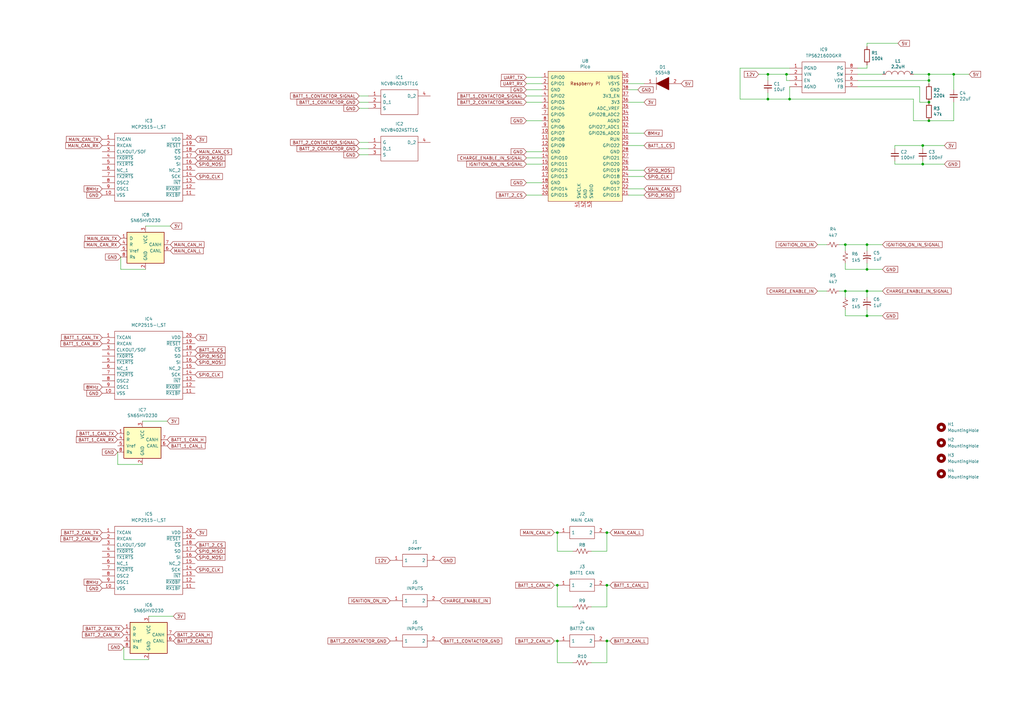
<source format=kicad_sch>
(kicad_sch (version 20211123) (generator eeschema)
  (paper "A3")
  (lib_symbols
    (symbol "Connector:1054301102" (pin_names (offset 0.762))
      (property "Reference" "J" (at 16.51 7.62 0))
      (property "Value" "1054301102" (at 16.51 5.08 0))
      (symbol "1054301102_0_0"
        (pin passive line (at 0 0 0) (length 5.08) (name "1") (number "1"))
        (pin passive line (at 20.32 0 180) (length 5.08) (name "2") (number "2"))
      )
      (symbol "1054301102_0_1"
        (polyline (pts (xy 5.08 2.54) (xy 15.24 2.54) (xy 15.24 -2.54) (xy 5.08 -2.54) (xy 5.08 2.54)) (stroke (width 0.1524)))
      )
    )
    (symbol "Device:C_Polarized_Small_US" (pin_numbers hide) (pin_names (offset 0.254) hide)
      (property "Reference" "C" (at 0.254 1.778 0))
      (property "Value" "C_Polarized_Small_US" (at 0.254 -2.032 0))
      (symbol "C_Polarized_Small_US_0_1"
        (polyline (pts (xy -1.524 0.508) (xy 1.524 0.508)) (stroke (width 0.3048)))
        (polyline (pts (xy -1.27 1.524) (xy -0.762 1.524)))
        (polyline (pts (xy -1.016 1.27) (xy -1.016 1.778)))
        (arc (start 1.524 -0.762) (mid 0 -0.3734) (end -1.524 -0.762) (stroke (width 0.3048)))
      )
      (symbol "C_Polarized_Small_US_1_1"
        (pin passive line (at 0 2.54 270) (length 2.032) (name "~") (number "1"))
        (pin passive line (at 0 -2.54 90) (length 2.032) (name "~") (number "2"))
      )
    )
    (symbol "Device:C_Small" (pin_numbers hide) (pin_names (offset 0.254) hide)
      (property "Reference" "C" (at 0.254 1.778 0))
      (property "Value" "C_Small" (at 0.254 -2.032 0))
      (symbol "C_Small_0_1"
        (polyline (pts (xy -1.524 -0.508) (xy 1.524 -0.508)) (stroke (width 0.3302)))
        (polyline (pts (xy -1.524 0.508) (xy 1.524 0.508)) (stroke (width 0.3048)))
      )
      (symbol "C_Small_1_1"
        (pin passive line (at 0 2.54 270) (length 2.032) (name "~") (number "1"))
        (pin passive line (at 0 -2.54 90) (length 2.032) (name "~") (number "2"))
      )
    )
    (symbol "Device:R" (pin_numbers hide) (pin_names (offset 0))
      (property "Reference" "R" (at 2.032 0 90))
      (property "Value" "R" (at 0 0 90))
      (symbol "R_0_1"
        (rectangle (start -1.016 -2.54) (end 1.016 2.54) (stroke (width 0.254)))
      )
      (symbol "R_1_1"
        (pin passive line (at 0 3.81 270) (length 1.27) (name "~") (number "1"))
        (pin passive line (at 0 -3.81 90) (length 1.27) (name "~") (number "2"))
      )
    )
    (symbol "Device:R_Small_US" (pin_numbers hide) (pin_names (offset 0.254) hide)
      (property "Reference" "R" (at 0.762 0.508 0))
      (property "Value" "R_Small_US" (at 0.762 -1.016 0))
      (symbol "R_Small_US_1_1"
        (polyline (pts (xy 0 0) (xy 1.016 -0.381) (xy 0 -0.762) (xy -1.016 -1.143) (xy 0 -1.524)))
        (polyline (pts (xy 0 1.524) (xy 1.016 1.143) (xy 0 0.762) (xy -1.016 0.381) (xy 0 0)))
        (pin passive line (at 0 2.54 270) (length 1.016) (name "~") (number "1"))
        (pin passive line (at 0 -2.54 90) (length 1.016) (name "~") (number "2"))
      )
    )
    (symbol "Device:R_US" (pin_numbers hide) (pin_names (offset 0))
      (property "Reference" "R" (at 2.54 0 90))
      (property "Value" "R_US" (at -2.54 0 90))
      (symbol "R_US_0_1"
        (polyline (pts (xy 0 -2.286) (xy 0 -2.54)))
        (polyline (pts (xy 0 2.286) (xy 0 2.54)))
        (polyline (pts (xy 0 -0.762) (xy 1.016 -1.143) (xy 0 -1.524) (xy -1.016 -1.905) (xy 0 -2.286)))
        (polyline (pts (xy 0 0.762) (xy 1.016 0.381) (xy 0 0) (xy -1.016 -0.381) (xy 0 -0.762)))
        (polyline (pts (xy 0 2.286) (xy 1.016 1.905) (xy 0 1.524) (xy -1.016 1.143) (xy 0 0.762)))
      )
      (symbol "R_US_1_1"
        (pin passive line (at 0 3.81 270) (length 1.27) (name "~") (number "1"))
        (pin passive line (at 0 -3.81 90) (length 1.27) (name "~") (number "2"))
      )
    )
    (symbol "Diode:SS54B" (pin_names (offset 0.762))
      (property "Reference" "D" (at 11.43 5.08 0))
      (property "Value" "Diode_SS54B" (at 11.43 2.54 0))
      (symbol "SS54B_0_0"
        (pin passive line (at 0 0 0) (length 5.08) (name "~") (number "1"))
        (pin passive line (at 15.24 0 180) (length 5.08) (name "~") (number "2"))
      )
      (symbol "SS54B_0_1"
        (polyline (pts (xy 5.08 2.54) (xy 5.08 -2.54)) (stroke (width 0.1524)))
        (polyline (pts (xy 5.08 0) (xy 10.16 2.54) (xy 10.16 -2.54) (xy 5.08 0)) (stroke (width 0.254)) (fill (type outline)))
      )
    )
    (symbol "Interface_CAN_LIN:SN65HVD230" (pin_names (offset 1.016))
      (property "Reference" "U" (at -2.54 10.16 0))
      (property "Value" "SN65HVD230" (at -2.54 7.62 0))
      (symbol "SN65HVD230_0_1"
        (rectangle (start -7.62 5.08) (end 7.62 -7.62) (stroke (width 0.254)) (fill (type background)))
      )
      (symbol "SN65HVD230_1_1"
        (pin input line (at -10.16 2.54 0) (length 2.54) (name "D") (number "1"))
        (pin power_in line (at 0 -10.16 90) (length 2.54) (name "GND") (number "2"))
        (pin power_in line (at 0 7.62 270) (length 2.54) (name "VCC") (number "3"))
        (pin output line (at -10.16 0 0) (length 2.54) (name "R") (number "4"))
        (pin output line (at -10.16 -2.54 0) (length 2.54) (name "Vref") (number "5"))
        (pin bidirectional line (at 10.16 -2.54 180) (length 2.54) (name "CANL") (number "6"))
        (pin bidirectional line (at 10.16 0 180) (length 2.54) (name "CANH") (number "7"))
        (pin input line (at -10.16 -5.08 0) (length 2.54) (name "Rs") (number "8"))
      )
    )
    (symbol "MCU_Module:MCP2515-I_ST" (pin_names (offset 0.762))
      (property "Reference" "IC" (at 34.29 7.62 0))
      (property "Value" "MCP2515-I_ST" (at 34.29 5.08 0))
      (symbol "MCP2515-I_ST_0_0"
        (pin passive line (at 0 0 0) (length 5.08) (name "TXCAN") (number "1"))
        (pin passive line (at 0 -22.86 0) (length 5.08) (name "VSS") (number "10"))
        (pin passive line (at 38.1 -22.86 180) (length 5.08) (name "~{RX1BF}") (number "11"))
        (pin passive line (at 38.1 -20.32 180) (length 5.08) (name "~{RX0BF}") (number "12"))
        (pin passive line (at 38.1 -17.78 180) (length 5.08) (name "~{INT}") (number "13"))
        (pin passive line (at 38.1 -15.24 180) (length 5.08) (name "SCK") (number "14"))
        (pin passive line (at 38.1 -12.7 180) (length 5.08) (name "NC_2") (number "15"))
        (pin passive line (at 38.1 -10.16 180) (length 5.08) (name "SI") (number "16"))
        (pin passive line (at 38.1 -7.62 180) (length 5.08) (name "SO") (number "17"))
        (pin passive line (at 38.1 -5.08 180) (length 5.08) (name "~{CS}") (number "18"))
        (pin passive line (at 38.1 -2.54 180) (length 5.08) (name "~{RESET}") (number "19"))
        (pin passive line (at 0 -2.54 0) (length 5.08) (name "RXCAN") (number "2"))
        (pin passive line (at 38.1 0 180) (length 5.08) (name "VDD") (number "20"))
        (pin passive line (at 0 -5.08 0) (length 5.08) (name "CLKOUT/SOF") (number "3"))
        (pin passive line (at 0 -7.62 0) (length 5.08) (name "~{TX0RTS}") (number "4"))
        (pin passive line (at 0 -10.16 0) (length 5.08) (name "~{TX1RTS}") (number "5"))
        (pin passive line (at 0 -12.7 0) (length 5.08) (name "NC_1") (number "6"))
        (pin passive line (at 0 -15.24 0) (length 5.08) (name "~{TX2RTS}") (number "7"))
        (pin passive line (at 0 -17.78 0) (length 5.08) (name "OSC2") (number "8"))
        (pin passive line (at 0 -20.32 0) (length 5.08) (name "OSC1") (number "9"))
      )
      (symbol "MCP2515-I_ST_0_1"
        (polyline (pts (xy 5.08 2.54) (xy 33.02 2.54) (xy 33.02 -25.4) (xy 5.08 -25.4) (xy 5.08 2.54)) (stroke (width 0.1524)))
      )
    )
    (symbol "MCU_Module:Pico" (pin_names (offset 1.016))
      (property "Reference" "U" (at -13.97 27.94 0))
      (property "Value" "MCU_Module_Pico" (at 0 19.05 0))
      (symbol "Pico_0_0"
        (text "Raspberry Pi" (at 0 21.59 0) (effects (font (size 1.27 1.27))))
      )
      (symbol "Pico_0_1"
        (rectangle (start -15.24 26.67) (end 15.24 -26.67) (fill (type background)))
      )
      (symbol "Pico_1_1"
        (pin bidirectional line (at -17.78 24.13 0) (length 2.54) (name "GPIO0") (number "1"))
        (pin bidirectional line (at -17.78 1.27 0) (length 2.54) (name "GPIO7") (number "10"))
        (pin bidirectional line (at -17.78 -1.27 0) (length 2.54) (name "GPIO8") (number "11"))
        (pin bidirectional line (at -17.78 -3.81 0) (length 2.54) (name "GPIO9") (number "12"))
        (pin power_in line (at -17.78 -6.35 0) (length 2.54) (name "GND") (number "13"))
        (pin bidirectional line (at -17.78 -8.89 0) (length 2.54) (name "GPIO10") (number "14"))
        (pin bidirectional line (at -17.78 -11.43 0) (length 2.54) (name "GPIO11") (number "15"))
        (pin bidirectional line (at -17.78 -13.97 0) (length 2.54) (name "GPIO12") (number "16"))
        (pin bidirectional line (at -17.78 -16.51 0) (length 2.54) (name "GPIO13") (number "17"))
        (pin power_in line (at -17.78 -19.05 0) (length 2.54) (name "GND") (number "18"))
        (pin bidirectional line (at -17.78 -21.59 0) (length 2.54) (name "GPIO14") (number "19"))
        (pin bidirectional line (at -17.78 21.59 0) (length 2.54) (name "GPIO1") (number "2"))
        (pin bidirectional line (at -17.78 -24.13 0) (length 2.54) (name "GPIO15") (number "20"))
        (pin bidirectional line (at 17.78 -24.13 180) (length 2.54) (name "GPIO16") (number "21"))
        (pin bidirectional line (at 17.78 -21.59 180) (length 2.54) (name "GPIO17") (number "22"))
        (pin power_in line (at 17.78 -19.05 180) (length 2.54) (name "GND") (number "23"))
        (pin bidirectional line (at 17.78 -16.51 180) (length 2.54) (name "GPIO18") (number "24"))
        (pin bidirectional line (at 17.78 -13.97 180) (length 2.54) (name "GPIO19") (number "25"))
        (pin bidirectional line (at 17.78 -11.43 180) (length 2.54) (name "GPIO20") (number "26"))
        (pin bidirectional line (at 17.78 -8.89 180) (length 2.54) (name "GPIO21") (number "27"))
        (pin power_in line (at 17.78 -6.35 180) (length 2.54) (name "GND") (number "28"))
        (pin bidirectional line (at 17.78 -3.81 180) (length 2.54) (name "GPIO22") (number "29"))
        (pin power_in line (at -17.78 19.05 0) (length 2.54) (name "GND") (number "3"))
        (pin input line (at 17.78 -1.27 180) (length 2.54) (name "RUN") (number "30"))
        (pin bidirectional line (at 17.78 1.27 180) (length 2.54) (name "GPIO26_ADC0") (number "31"))
        (pin bidirectional line (at 17.78 3.81 180) (length 2.54) (name "GPIO27_ADC1") (number "32"))
        (pin power_in line (at 17.78 6.35 180) (length 2.54) (name "AGND") (number "33"))
        (pin bidirectional line (at 17.78 8.89 180) (length 2.54) (name "GPIO28_ADC2") (number "34"))
        (pin unspecified line (at 17.78 11.43 180) (length 2.54) (name "ADC_VREF") (number "35"))
        (pin unspecified line (at 17.78 13.97 180) (length 2.54) (name "3V3") (number "36"))
        (pin input line (at 17.78 16.51 180) (length 2.54) (name "3V3_EN") (number "37"))
        (pin bidirectional line (at 17.78 19.05 180) (length 2.54) (name "GND") (number "38"))
        (pin unspecified line (at 17.78 21.59 180) (length 2.54) (name "VSYS") (number "39"))
        (pin bidirectional line (at -17.78 16.51 0) (length 2.54) (name "GPIO2") (number "4"))
        (pin unspecified line (at 17.78 24.13 180) (length 2.54) (name "VBUS") (number "40"))
        (pin input line (at -2.54 -29.21 90) (length 2.54) (name "SWCLK") (number "41"))
        (pin power_in line (at 0 -29.21 90) (length 2.54) (name "GND") (number "42"))
        (pin bidirectional line (at 2.54 -29.21 90) (length 2.54) (name "SWDIO") (number "43"))
        (pin bidirectional line (at -17.78 13.97 0) (length 2.54) (name "GPIO3") (number "5"))
        (pin bidirectional line (at -17.78 11.43 0) (length 2.54) (name "GPIO4") (number "6"))
        (pin bidirectional line (at -17.78 8.89 0) (length 2.54) (name "GPIO5") (number "7"))
        (pin power_in line (at -17.78 6.35 0) (length 2.54) (name "GND") (number "8"))
        (pin bidirectional line (at -17.78 3.81 0) (length 2.54) (name "GPIO6") (number "9"))
      )
    )
    (symbol "Mechanical:MountingHole" (pin_names (offset 1.016))
      (property "Reference" "H" (at 0 5.08 0))
      (property "Value" "MountingHole" (at 0 3.175 0))
      (symbol "MountingHole_0_1"
        (circle (center 0 0) (radius 1.27) (stroke (width 1.27)))
      )
    )
    (symbol "Transistor_FET:NCV8402ASTT1G" (pin_names (offset 0.762))
      (property "Reference" "IC" (at 21.59 7.62 0))
      (property "Value" "NCV8402ASTT1G" (at 21.59 5.08 0))
      (symbol "NCV8402ASTT1G_0_0"
        (pin passive line (at 0 0 0) (length 5.08) (name "G") (number "1"))
        (pin passive line (at 0 -2.54 0) (length 5.08) (name "D_1") (number "2"))
        (pin passive line (at 0 -5.08 0) (length 5.08) (name "S") (number "3"))
        (pin passive line (at 25.4 0 180) (length 5.08) (name "D_2") (number "4"))
      )
      (symbol "NCV8402ASTT1G_0_1"
        (polyline (pts (xy 5.08 2.54) (xy 20.32 2.54) (xy 20.32 -7.62) (xy 5.08 -7.62) (xy 5.08 2.54)) (stroke (width 0.1524)))
      )
    )
    (symbol "power:TPS62160DGKR" (pin_names (offset 0.762))
      (property "Reference" "IC" (at 24.13 7.62 0))
      (property "Value" "TPS62160DGKR" (at 24.13 5.08 0))
      (symbol "TPS62160DGKR_0_0"
        (pin passive line (at 0 0 0) (length 5.08) (name "PGND") (number "1"))
        (pin passive line (at 0 -2.54 0) (length 5.08) (name "VIN") (number "2"))
        (pin passive line (at 0 -5.08 0) (length 5.08) (name "EN") (number "3"))
        (pin passive line (at 0 -7.62 0) (length 5.08) (name "AGND") (number "4"))
        (pin passive line (at 27.94 -7.62 180) (length 5.08) (name "FB") (number "5"))
        (pin passive line (at 27.94 -5.08 180) (length 5.08) (name "VOS") (number "6"))
        (pin passive line (at 27.94 -2.54 180) (length 5.08) (name "SW") (number "7"))
        (pin passive line (at 27.94 0 180) (length 5.08) (name "PG") (number "8"))
      )
      (symbol "TPS62160DGKR_0_1"
        (polyline (pts (xy 5.08 2.54) (xy 22.86 2.54) (xy 22.86 -10.16) (xy 5.08 -10.16) (xy 5.08 2.54)) (stroke (width 0.1524)))
      )
    )
    (symbol "pspice:INDUCTOR" (pin_numbers hide) (pin_names (offset 0))
      (property "Reference" "L" (at 0 2.54 0))
      (property "Value" "INDUCTOR" (at 0 -1.27 0))
      (symbol "INDUCTOR_0_1"
        (arc (start -2.54 0) (mid -3.81 1.27) (end -5.08 0))
        (arc (start 0 0) (mid -1.27 1.27) (end -2.54 0))
        (arc (start 2.54 0) (mid 1.27 1.27) (end 0 0))
        (arc (start 5.08 0) (mid 3.81 1.27) (end 2.54 0))
      )
      (symbol "INDUCTOR_1_1"
        (pin input line (at -6.35 0 0) (length 1.27) (name "1") (number "1"))
        (pin input line (at 6.35 0 180) (length 1.27) (name "2") (number "2"))
      )
    )
  )
  (junction (at 228.6 240.03))
  (junction (at 355.6 119.38))
  (junction (at 228.6 218.44))
  (junction (at 228.6 262.89))
  (junction (at 248.92 240.03))
  (junction (at 381 49.53))
  (junction (at 346.71 100.33))
  (junction (at 378.46 67.31))
  (junction (at 355.6 100.33))
  (junction (at 355.6 110.49))
  (junction (at 346.71 119.38))
  (junction (at 322.58 30.48))
  (junction (at 314.96 40.64))
  (junction (at 248.92 218.44))
  (junction (at 248.92 262.89))
  (junction (at 314.96 30.48))
  (junction (at 391.16 30.48))
  (junction (at 381 41.91))
  (junction (at 355.6 129.54))
  (junction (at 378.46 59.69))
  (junction (at 381 30.48))
  (junction (at 323.85 40.64))
  (junction (at 381 33.02))
  (wire (pts (xy 215.9 31.75) (xy 222.25 31.75)))
  (wire (pts (xy 355.6 100.33) (xy 355.6 102.87)))
  (wire (pts (xy 48.26 190.5) (xy 48.26 185.42)))
  (wire (pts (xy 58.42 172.72) (xy 68.58 172.72)))
  (wire (pts (xy 314.96 30.48) (xy 322.58 30.48)))
  (wire (pts (xy 322.58 33.02) (xy 323.85 33.02)))
  (wire (pts (xy 335.28 119.38) (xy 339.09 119.38)))
  (wire (pts (xy 314.96 40.64) (xy 323.85 40.64)))
  (wire (pts (xy 215.9 64.77) (xy 222.25 64.77)))
  (wire (pts (xy 215.9 62.23) (xy 222.25 62.23)))
  (wire (pts (xy 351.79 35.56) (xy 377.19 35.56)))
  (wire (pts (xy 314.96 38.1) (xy 314.96 40.64)))
  (wire (pts (xy 351.79 30.48) (xy 361.95 30.48)))
  (wire (pts (xy 264.16 77.47) (xy 257.81 77.47)))
  (wire (pts (xy 147.32 63.5) (xy 151.13 63.5)))
  (wire (pts (xy 346.71 110.49) (xy 355.6 110.49)))
  (wire (pts (xy 242.57 271.78) (xy 248.92 271.78)))
  (wire (pts (xy 391.16 30.48) (xy 397.51 30.48)))
  (wire (pts (xy 50.8 270.51) (xy 50.8 265.43)))
  (wire (pts (xy 346.71 100.33) (xy 344.17 100.33)))
  (wire (pts (xy 361.95 100.33) (xy 355.6 100.33)))
  (wire (pts (xy 248.92 240.03) (xy 248.92 248.92)))
  (wire (pts (xy 59.69 92.71) (xy 69.85 92.71)))
  (wire (pts (xy 60.96 252.73) (xy 71.12 252.73)))
  (wire (pts (xy 381 34.29) (xy 381 33.02)))
  (wire (pts (xy 381 30.48) (xy 374.65 30.48)))
  (wire (pts (xy 322.58 30.48) (xy 323.85 30.48)))
  (wire (pts (xy 346.71 107.95) (xy 346.71 110.49)))
  (wire (pts (xy 147.32 39.37) (xy 151.13 39.37)))
  (wire (pts (xy 381 49.53) (xy 391.16 49.53)))
  (wire (pts (xy 391.16 49.53) (xy 391.16 41.91)))
  (wire (pts (xy 49.53 110.49) (xy 49.53 105.41)))
  (wire (pts (xy 303.53 40.64) (xy 314.96 40.64)))
  (wire (pts (xy 228.6 271.78) (xy 234.95 271.78)))
  (wire (pts (xy 228.6 240.03) (xy 228.6 248.92)))
  (wire (pts (xy 355.6 110.49) (xy 361.95 110.49)))
  (wire (pts (xy 250.19 262.89) (xy 248.92 262.89)))
  (wire (pts (xy 355.6 17.78) (xy 355.6 19.05)))
  (wire (pts (xy 391.16 30.48) (xy 391.16 36.83)))
  (wire (pts (xy 242.57 226.06) (xy 248.92 226.06)))
  (wire (pts (xy 215.9 41.91) (xy 222.25 41.91)))
  (wire (pts (xy 346.71 129.54) (xy 355.6 129.54)))
  (wire (pts (xy 215.9 34.29) (xy 222.25 34.29)))
  (wire (pts (xy 215.9 74.93) (xy 222.25 74.93)))
  (wire (pts (xy 361.95 119.38) (xy 355.6 119.38)))
  (wire (pts (xy 346.71 127) (xy 346.71 129.54)))
  (wire (pts (xy 367.03 60.96) (xy 367.03 59.69)))
  (wire (pts (xy 374.65 40.64) (xy 374.65 49.53)))
  (wire (pts (xy 355.6 27.94) (xy 355.6 26.67)))
  (wire (pts (xy 264.16 72.39) (xy 257.81 72.39)))
  (wire (pts (xy 355.6 107.95) (xy 355.6 110.49)))
  (wire (pts (xy 378.46 67.31) (xy 367.03 67.31)))
  (wire (pts (xy 215.9 67.31) (xy 222.25 67.31)))
  (wire (pts (xy 257.81 34.29) (xy 264.16 34.29)))
  (wire (pts (xy 378.46 66.04) (xy 378.46 67.31)))
  (wire (pts (xy 261.62 36.83) (xy 257.81 36.83)))
  (wire (pts (xy 147.32 41.91) (xy 151.13 41.91)))
  (wire (pts (xy 227.33 218.44) (xy 228.6 218.44)))
  (wire (pts (xy 228.6 218.44) (xy 228.6 226.06)))
  (wire (pts (xy 250.19 240.03) (xy 248.92 240.03)))
  (wire (pts (xy 215.9 80.01) (xy 222.25 80.01)))
  (wire (pts (xy 377.19 41.91) (xy 381 41.91)))
  (wire (pts (xy 346.71 119.38) (xy 344.17 119.38)))
  (wire (pts (xy 264.16 54.61) (xy 257.81 54.61)))
  (wire (pts (xy 351.79 27.94) (xy 355.6 27.94)))
  (wire (pts (xy 228.6 248.92) (xy 234.95 248.92)))
  (wire (pts (xy 147.32 58.42) (xy 151.13 58.42)))
  (wire (pts (xy 367.03 59.69) (xy 378.46 59.69)))
  (wire (pts (xy 264.16 69.85) (xy 257.81 69.85)))
  (wire (pts (xy 381 33.02) (xy 381 30.48)))
  (wire (pts (xy 264.16 59.69) (xy 257.81 59.69)))
  (wire (pts (xy 378.46 60.96) (xy 378.46 59.69)))
  (wire (pts (xy 322.58 30.48) (xy 322.58 33.02)))
  (wire (pts (xy 250.19 218.44) (xy 248.92 218.44)))
  (wire (pts (xy 381 30.48) (xy 391.16 30.48)))
  (wire (pts (xy 367.03 67.31) (xy 367.03 66.04)))
  (wire (pts (xy 355.6 100.33) (xy 346.71 100.33)))
  (wire (pts (xy 227.33 262.89) (xy 228.6 262.89)))
  (wire (pts (xy 355.6 127) (xy 355.6 129.54)))
  (wire (pts (xy 227.33 240.03) (xy 228.6 240.03)))
  (wire (pts (xy 264.16 80.01) (xy 257.81 80.01)))
  (wire (pts (xy 228.6 262.89) (xy 228.6 271.78)))
  (wire (pts (xy 335.28 100.33) (xy 339.09 100.33)))
  (wire (pts (xy 368.3 17.78) (xy 355.6 17.78)))
  (wire (pts (xy 59.69 110.49) (xy 49.53 110.49)))
  (wire (pts (xy 264.16 41.91) (xy 257.81 41.91)))
  (wire (pts (xy 60.96 270.51) (xy 50.8 270.51)))
  (wire (pts (xy 351.79 33.02) (xy 381 33.02)))
  (wire (pts (xy 346.71 100.33) (xy 346.71 102.87)))
  (wire (pts (xy 215.9 39.37) (xy 222.25 39.37)))
  (wire (pts (xy 355.6 119.38) (xy 346.71 119.38)))
  (wire (pts (xy 323.85 40.64) (xy 374.65 40.64)))
  (wire (pts (xy 374.65 49.53) (xy 381 49.53)))
  (wire (pts (xy 378.46 59.69) (xy 387.35 59.69)))
  (wire (pts (xy 215.9 49.53) (xy 222.25 49.53)))
  (wire (pts (xy 248.92 218.44) (xy 248.92 226.06)))
  (wire (pts (xy 355.6 119.38) (xy 355.6 121.92)))
  (wire (pts (xy 147.32 44.45) (xy 151.13 44.45)))
  (wire (pts (xy 58.42 190.5) (xy 48.26 190.5)))
  (wire (pts (xy 355.6 129.54) (xy 361.95 129.54)))
  (wire (pts (xy 228.6 226.06) (xy 234.95 226.06)))
  (wire (pts (xy 314.96 33.02) (xy 314.96 30.48)))
  (wire (pts (xy 377.19 35.56) (xy 377.19 41.91)))
  (wire (pts (xy 387.35 67.31) (xy 378.46 67.31)))
  (wire (pts (xy 346.71 119.38) (xy 346.71 121.92)))
  (wire (pts (xy 323.85 40.64) (xy 323.85 35.56)))
  (wire (pts (xy 147.32 60.96) (xy 151.13 60.96)))
  (wire (pts (xy 311.15 30.48) (xy 314.96 30.48)))
  (wire (pts (xy 242.57 248.92) (xy 248.92 248.92)))
  (wire (pts (xy 323.85 27.94) (xy 303.53 27.94)))
  (wire (pts (xy 215.9 36.83) (xy 222.25 36.83)))
  (wire (pts (xy 248.92 262.89) (xy 248.92 271.78)))
  (wire (pts (xy 303.53 27.94) (xy 303.53 40.64)))
  (global_label "IGNITION_ON_IN" (shape input) (at 335.28 100.33 180) (property "Intersheet References" "${INTERSHEET_REFS}" (effects hide)))
  (global_label "8MHz" (shape input) (at 41.91 158.75 180) (property "Intersheet References" "${INTERSHEET_REFS}" (effects hide)))
  (global_label "BATT_1_CAN_L" (shape input) (at 250.19 240.03 0) (property "Intersheet References" "${INTERSHEET_REFS}" (effects hide)))
  (global_label "MAIN_CAN_L" (shape input) (at 69.85 102.87 0) (property "Intersheet References" "${INTERSHEET_REFS}" (effects hide)))
  (global_label "GND" (shape input) (at 215.9 49.53 180) (property "Intersheet References" "${INTERSHEET_REFS}" (effects hide)))
  (global_label "BATT_2_CAN_H" (shape input) (at 71.12 260.35 0) (property "Intersheet References" "${INTERSHEET_REFS}" (effects hide)))
  (global_label "3V" (shape input) (at 71.12 252.73 0) (property "Intersheet References" "${INTERSHEET_REFS}" (effects hide)))
  (global_label "MAIN_CAN_H" (shape input) (at 227.33 218.44 180) (property "Intersheet References" "${INTERSHEET_REFS}" (effects hide)))
  (global_label "SPI0_MISO" (shape input) (at 80.01 146.05 0) (property "Intersheet References" "${INTERSHEET_REFS}" (effects hide)))
  (global_label "BATT_2_CONTACTOR_SIGNAL" (shape input) (at 215.9 41.91 180) (property "Intersheet References" "${INTERSHEET_REFS}" (effects hide)))
  (global_label "BATT_1_CAN_H" (shape input) (at 68.58 180.34 0) (property "Intersheet References" "${INTERSHEET_REFS}" (effects hide)))
  (global_label "BATT_1_CONTACTOR_GND" (shape input) (at 180.34 262.89 0) (property "Intersheet References" "${INTERSHEET_REFS}" (effects hide)))
  (global_label "BATT_2_CAN_TX" (shape input) (at 41.91 218.44 180) (property "Intersheet References" "${INTERSHEET_REFS}" (effects hide)))
  (global_label "MAIN_CAN_TX" (shape input) (at 41.91 57.15 180) (property "Intersheet References" "${INTERSHEET_REFS}" (effects hide)))
  (global_label "BATT_2_CONTACTOR_GND" (shape input) (at 147.32 60.96 180) (property "Intersheet References" "${INTERSHEET_REFS}" (effects hide)))
  (global_label "BATT_2_CAN_L" (shape input) (at 250.19 262.89 0) (property "Intersheet References" "${INTERSHEET_REFS}" (effects hide)))
  (global_label "5V" (shape input) (at 368.3 17.78 0) (property "Intersheet References" "${INTERSHEET_REFS}" (effects hide)))
  (global_label "GND" (shape input) (at 180.34 229.87 0) (property "Intersheet References" "${INTERSHEET_REFS}" (effects hide)))
  (global_label "GND" (shape input) (at 387.35 67.31 0) (property "Intersheet References" "${INTERSHEET_REFS}" (effects hide)))
  (global_label "SPI0_MISO" (shape input) (at 80.01 226.06 0) (property "Intersheet References" "${INTERSHEET_REFS}" (effects hide)))
  (global_label "GND" (shape input) (at 361.95 129.54 0) (property "Intersheet References" "${INTERSHEET_REFS}" (effects hide)))
  (global_label "12V" (shape input) (at 311.15 30.48 180) (property "Intersheet References" "${INTERSHEET_REFS}" (effects hide)))
  (global_label "GND" (shape input) (at 215.9 62.23 180) (property "Intersheet References" "${INTERSHEET_REFS}" (effects hide)))
  (global_label "BATT_1_CAN_RX" (shape input) (at 41.91 140.97 180) (property "Intersheet References" "${INTERSHEET_REFS}" (effects hide)))
  (global_label "3V" (shape input) (at 68.58 172.72 0) (property "Intersheet References" "${INTERSHEET_REFS}" (effects hide)))
  (global_label "BATT_1_CONTACTOR_SIGNAL" (shape input) (at 215.9 39.37 180) (property "Intersheet References" "${INTERSHEET_REFS}" (effects hide)))
  (global_label "5V" (shape input) (at 279.4 34.29 0) (property "Intersheet References" "${INTERSHEET_REFS}" (effects hide)))
  (global_label "MAIN_CAN_CS" (shape input) (at 80.01 62.23 0) (property "Intersheet References" "${INTERSHEET_REFS}" (effects hide)))
  (global_label "GND" (shape input) (at 361.95 110.49 0) (property "Intersheet References" "${INTERSHEET_REFS}" (effects hide)))
  (global_label "8MHz" (shape input) (at 41.91 238.76 180) (property "Intersheet References" "${INTERSHEET_REFS}" (effects hide)))
  (global_label "MAIN_CAN_RX" (shape input) (at 49.53 100.33 180) (property "Intersheet References" "${INTERSHEET_REFS}" (effects hide)))
  (global_label "5V" (shape input) (at 397.51 30.48 0) (property "Intersheet References" "${INTERSHEET_REFS}" (effects hide)))
  (global_label "3V" (shape input) (at 80.01 57.15 0) (property "Intersheet References" "${INTERSHEET_REFS}" (effects hide)))
  (global_label "GND" (shape input) (at 261.62 36.83 0) (property "Intersheet References" "${INTERSHEET_REFS}" (effects hide)))
  (global_label "GND" (shape input) (at 49.53 105.41 180) (property "Intersheet References" "${INTERSHEET_REFS}" (effects hide)))
  (global_label "BATT_1_CS" (shape input) (at 80.01 143.51 0) (property "Intersheet References" "${INTERSHEET_REFS}" (effects hide)))
  (global_label "BATT_2_CS" (shape input) (at 80.01 223.52 0) (property "Intersheet References" "${INTERSHEET_REFS}" (effects hide)))
  (global_label "BATT_1_CONTACTOR_GND" (shape input) (at 147.32 41.91 180) (property "Intersheet References" "${INTERSHEET_REFS}" (effects hide)))
  (global_label "IGNITION_ON_IN" (shape input) (at 160.02 246.38 180) (property "Intersheet References" "${INTERSHEET_REFS}" (effects hide)))
  (global_label "CHARGE_ENABLE_IN" (shape input) (at 335.28 119.38 180) (property "Intersheet References" "${INTERSHEET_REFS}" (effects hide)))
  (global_label "GND" (shape input) (at 215.9 74.93 180) (property "Intersheet References" "${INTERSHEET_REFS}" (effects hide)))
  (global_label "BATT_1_CAN_L" (shape input) (at 68.58 182.88 0) (property "Intersheet References" "${INTERSHEET_REFS}" (effects hide)))
  (global_label "BATT_1_CAN_TX" (shape input) (at 41.91 138.43 180) (property "Intersheet References" "${INTERSHEET_REFS}" (effects hide)))
  (global_label "BATT_1_CAN_H" (shape input) (at 227.33 240.03 180) (property "Intersheet References" "${INTERSHEET_REFS}" (effects hide)))
  (global_label "UART_TX" (shape input) (at 215.9 31.75 180) (property "Intersheet References" "${INTERSHEET_REFS}" (effects hide)))
  (global_label "SPI0_CLK" (shape input) (at 264.16 72.39 0) (property "Intersheet References" "${INTERSHEET_REFS}" (effects hide)))
  (global_label "GND" (shape input) (at 215.9 36.83 180) (property "Intersheet References" "${INTERSHEET_REFS}" (effects hide)))
  (global_label "MAIN_CAN_CS" (shape input) (at 264.16 77.47 0) (property "Intersheet References" "${INTERSHEET_REFS}" (effects hide)))
  (global_label "BATT_1_CAN_TX" (shape input) (at 48.26 177.8 180) (property "Intersheet References" "${INTERSHEET_REFS}" (effects hide)))
  (global_label "IGNITION_ON_IN_SIGNAL" (shape input) (at 361.95 100.33 0) (property "Intersheet References" "${INTERSHEET_REFS}" (effects hide)))
  (global_label "SPI0_MISO" (shape input) (at 80.01 64.77 0) (property "Intersheet References" "${INTERSHEET_REFS}" (effects hide)))
  (global_label "3V" (shape input) (at 264.16 41.91 0) (property "Intersheet References" "${INTERSHEET_REFS}" (effects hide)))
  (global_label "SPI0_MOSI" (shape input) (at 80.01 67.31 0) (property "Intersheet References" "${INTERSHEET_REFS}" (effects hide)))
  (global_label "BATT_2_CAN_RX" (shape input) (at 50.8 260.35 180) (property "Intersheet References" "${INTERSHEET_REFS}" (effects hide)))
  (global_label "SPI0_MOSI" (shape input) (at 80.01 228.6 0) (property "Intersheet References" "${INTERSHEET_REFS}" (effects hide)))
  (global_label "BATT_2_CONTACTOR_SIGNAL" (shape input) (at 147.32 58.42 180) (property "Intersheet References" "${INTERSHEET_REFS}" (effects hide)))
  (global_label "8MHz" (shape input) (at 264.16 54.61 0) (property "Intersheet References" "${INTERSHEET_REFS}" (effects hide)))
  (global_label "BATT_1_CS" (shape input) (at 264.16 59.69 0) (property "Intersheet References" "${INTERSHEET_REFS}" (effects hide)))
  (global_label "GND" (shape input) (at 147.32 63.5 180) (property "Intersheet References" "${INTERSHEET_REFS}" (effects hide)))
  (global_label "SPI0_CLK" (shape input) (at 80.01 153.67 0) (property "Intersheet References" "${INTERSHEET_REFS}" (effects hide)))
  (global_label "3V" (shape input) (at 80.01 138.43 0) (property "Intersheet References" "${INTERSHEET_REFS}" (effects hide)))
  (global_label "BATT_2_CAN_RX" (shape input) (at 41.91 220.98 180) (property "Intersheet References" "${INTERSHEET_REFS}" (effects hide)))
  (global_label "GND" (shape input) (at 41.91 161.29 180) (property "Intersheet References" "${INTERSHEET_REFS}" (effects hide)))
  (global_label "SPI0_CLK" (shape input) (at 80.01 72.39 0) (property "Intersheet References" "${INTERSHEET_REFS}" (effects hide)))
  (global_label "SPI0_MOSI" (shape input) (at 80.01 148.59 0) (property "Intersheet References" "${INTERSHEET_REFS}" (effects hide)))
  (global_label "CHARGE_ENABLE_IN_SIGNAL" (shape input) (at 215.9 64.77 180) (property "Intersheet References" "${INTERSHEET_REFS}" (effects hide)))
  (global_label "BATT_2_CAN_L" (shape input) (at 71.12 262.89 0) (property "Intersheet References" "${INTERSHEET_REFS}" (effects hide)))
  (global_label "8MHz" (shape input) (at 41.91 77.47 180) (property "Intersheet References" "${INTERSHEET_REFS}" (effects hide)))
  (global_label "3V" (shape input) (at 69.85 92.71 0) (property "Intersheet References" "${INTERSHEET_REFS}" (effects hide)))
  (global_label "GND" (shape input) (at 50.8 265.43 180) (property "Intersheet References" "${INTERSHEET_REFS}" (effects hide)))
  (global_label "IGNITION_ON_IN_SIGNAL" (shape input) (at 215.9 67.31 180) (property "Intersheet References" "${INTERSHEET_REFS}" (effects hide)))
  (global_label "GND" (shape input) (at 48.26 185.42 180) (property "Intersheet References" "${INTERSHEET_REFS}" (effects hide)))
  (global_label "MAIN_CAN_H" (shape input) (at 69.85 100.33 0) (property "Intersheet References" "${INTERSHEET_REFS}" (effects hide)))
  (global_label "SPI0_MISO" (shape input) (at 264.16 80.01 0) (property "Intersheet References" "${INTERSHEET_REFS}" (effects hide)))
  (global_label "MAIN_CAN_L" (shape input) (at 250.19 218.44 0) (property "Intersheet References" "${INTERSHEET_REFS}" (effects hide)))
  (global_label "GND" (shape input) (at 147.32 44.45 180) (property "Intersheet References" "${INTERSHEET_REFS}" (effects hide)))
  (global_label "3V" (shape input) (at 387.35 59.69 0) (property "Intersheet References" "${INTERSHEET_REFS}" (effects hide)))
  (global_label "UART_RX" (shape input) (at 215.9 34.29 180) (property "Intersheet References" "${INTERSHEET_REFS}" (effects hide)))
  (global_label "CHARGE_ENABLE_IN" (shape input) (at 180.34 246.38 0) (property "Intersheet References" "${INTERSHEET_REFS}" (effects hide)))
  (global_label "CHARGE_ENABLE_IN_SIGNAL" (shape input) (at 361.95 119.38 0) (property "Intersheet References" "${INTERSHEET_REFS}" (effects hide)))
  (global_label "BATT_1_CONTACTOR_SIGNAL" (shape input) (at 147.32 39.37 180) (property "Intersheet References" "${INTERSHEET_REFS}" (effects hide)))
  (global_label "MAIN_CAN_RX" (shape input) (at 41.91 59.69 180) (property "Intersheet References" "${INTERSHEET_REFS}" (effects hide)))
  (global_label "GND" (shape input) (at 41.91 80.01 180) (property "Intersheet References" "${INTERSHEET_REFS}" (effects hide)))
  (global_label "SPI0_CLK" (shape input) (at 80.01 233.68 0) (property "Intersheet References" "${INTERSHEET_REFS}" (effects hide)))
  (global_label "BATT_2_CONTACTOR_GND" (shape input) (at 160.02 262.89 180) (property "Intersheet References" "${INTERSHEET_REFS}" (effects hide)))
  (global_label "MAIN_CAN_TX" (shape input) (at 49.53 97.79 180) (property "Intersheet References" "${INTERSHEET_REFS}" (effects hide)))
  (global_label "12V" (shape input) (at 160.02 229.87 180) (property "Intersheet References" "${INTERSHEET_REFS}" (effects hide)))
  (global_label "GND" (shape input) (at 41.91 241.3 180) (property "Intersheet References" "${INTERSHEET_REFS}" (effects hide)))
  (global_label "BATT_2_CAN_H" (shape input) (at 227.33 262.89 180) (property "Intersheet References" "${INTERSHEET_REFS}" (effects hide)))
  (global_label "BATT_2_CAN_TX" (shape input) (at 50.8 257.81 180) (property "Intersheet References" "${INTERSHEET_REFS}" (effects hide)))
  (global_label "3V" (shape input) (at 80.01 218.44 0) (property "Intersheet References" "${INTERSHEET_REFS}" (effects hide)))
  (global_label "SPI0_MOSI" (shape input) (at 264.16 69.85 0) (property "Intersheet References" "${INTERSHEET_REFS}" (effects hide)))
  (global_label "BATT_1_CAN_RX" (shape input) (at 48.26 180.34 180) (property "Intersheet References" "${INTERSHEET_REFS}" (effects hide)))
  (global_label "BATT_2_CS" (shape input) (at 215.9 80.01 180) (property "Intersheet References" "${INTERSHEET_REFS}" (effects hide)))
  (symbol (lib_id "Device:C_Small") (at 314.96 35.56 0) (unit 1)
    (property "Reference" "C1" (at 317.2968 34.3916 0) (effects (justify left)))
    (property "Value" "10uF" (at 317.2968 36.703 0) (effects (justify left)))
    (property "Footprint" "Capacitor_SMD:C_0603_1608Metric" (effects hide))
  )
  (symbol (lib_id "Device:R_US") (at 238.76 271.78 270) (unit 1)
    (property "Reference" "R10" (at 238.76 269.24 90))
    (property "Value" "120" (effects hide))
    (property "Footprint" "Resistor_SMD:R_0805_2012Metric" (effects hide))
  )
  (symbol (lib_id "Connector:1054301102") (at 228.6 218.44 0) (unit 1)
    (property "Reference" "J2" (at 238.76 210.82 0))
    (property "Value" "MAIN CAN" (at 238.76 213.36 0))
    (property "Footprint" "105430YY02" (effects hide))
    (property "Datasheet" "https://www.molex.com/pdm_docs/sd/1054301102_sd.pdf" (effects hide))
    (property "Description" "Nano-Fit Right-Angle Header, Surface Mount, 2.50mm Pitch, Single Row, 2 Circuits, Glow-Wire Capable" (effects hide))
    (property "Height" "6.99" (effects hide))
    (property "Manufacturer_Name" "Molex" (effects hide))
    (property "Manufacturer_Part_Number" "1054301102" (effects hide))
    (property "Arrow Part Number" "1054301102" (effects hide))
    (property "Arrow Price/Stock" "https://www.arrow.com/en/products/1054301102/molex?region=nac" (effects hide))
  )
  (symbol (lib_id "Device:R_Small_US") (at 341.63 119.38 90) (unit 1)
    (property "Reference" "R5" (at 341.63 113.03 90))
    (property "Value" "4k7" (at 341.63 115.57 90))
    (property "Footprint" "Resistor_SMD:R_0805_2012Metric" (effects hide))
  )
  (symbol (lib_id "Connector:1054301102") (at 160.02 262.89 0) (unit 1)
    (property "Reference" "J6" (at 170.18 255.27 0))
    (property "Value" "INPUTS" (at 170.18 257.81 0))
    (property "Footprint" "105430YY02" (effects hide))
    (property "Datasheet" "https://www.molex.com/pdm_docs/sd/1054301102_sd.pdf" (effects hide))
    (property "Description" "Nano-Fit Right-Angle Header, Surface Mount, 2.50mm Pitch, Single Row, 2 Circuits, Glow-Wire Capable" (effects hide))
    (property "Height" "6.99" (effects hide))
    (property "Manufacturer_Name" "Molex" (effects hide))
    (property "Manufacturer_Part_Number" "1054301102" (effects hide))
    (property "Arrow Part Number" "1054301102" (effects hide))
    (property "Arrow Price/Stock" "https://www.arrow.com/en/products/1054301102/molex?region=nac" (effects hide))
  )
  (symbol (lib_id "Mechanical:MountingHole") (at 386.08 175.26 0) (unit 1)
    (property "Reference" "H1" (at 388.62 173.9899 0) (effects (justify left)))
    (property "Value" "MountingHole" (at 388.62 176.5299 0) (effects (justify left)))
    (property "Footprint" "MountingHole:MountingHole_3.2mm_M3" (effects hide))
  )
  (symbol (lib_id "Interface_CAN_LIN:SN65HVD230") (at 58.42 180.34 0) (unit 1)
    (property "Reference" "IC7" (at 58.42 168.1226 0))
    (property "Value" "SN65HVD230" (at 58.42 170.434 0))
    (property "Footprint" "Package_SO:SOIC-8_3.9x4.9mm_P1.27mm" (effects hide))
    (property "Datasheet" "http://www.ti.com/lit/ds/symlink/sn65hvd230.pdf" (effects hide))
  )
  (symbol (lib_id "Transistor_FET:NCV8402ASTT1G") (at 151.13 39.37 0) (unit 1)
    (property "Reference" "IC1" (at 163.83 31.75 0))
    (property "Value" "NCV8402ASTT1G" (at 163.83 34.29 0))
    (property "Footprint" "SOT230P700X175-4N" (effects hide))
    (property "Datasheet" "http://www.onsemi.com/pub/Collateral/NCV8402-D.PDF" (effects hide))
    (property "Description" "ON SEMICONDUCTOR - NCV8402ASTT1G - Power MOSFET, AEC-Q101, N Channel, 42 V, 2 A, 0.165 ohm, SOT-223, Surface Mount" (effects hide))
    (property "Height" "1.75" (effects hide))
    (property "Manufacturer_Name" "onsemi" (effects hide))
    (property "Manufacturer_Part_Number" "NCV8402ASTT1G" (effects hide))
    (property "Mouser Part Number" "863-NCV8402ASTT1G" (effects hide))
    (property "Mouser Price/Stock" "https://www.mouser.co.uk/ProductDetail/onsemi/NCV8402ASTT1G?qs=5C9Q4QJFsuPUmgEKjIBRjw%3D%3D" (effects hide))
    (property "Arrow Part Number" "NCV8402ASTT1G" (effects hide))
    (property "Arrow Price/Stock" "https://www.arrow.com/en/products/ncv8402astt1g/on-semiconductor" (effects hide))
  )
  (symbol (lib_id "Connector:1054301102") (at 228.6 262.89 0) (unit 1)
    (property "Reference" "J4" (at 238.76 255.27 0))
    (property "Value" "BATT2 CAN" (at 238.76 257.81 0))
    (property "Footprint" "105430YY02" (effects hide))
    (property "Datasheet" "https://www.molex.com/pdm_docs/sd/1054301102_sd.pdf" (effects hide))
    (property "Description" "Nano-Fit Right-Angle Header, Surface Mount, 2.50mm Pitch, Single Row, 2 Circuits, Glow-Wire Capable" (effects hide))
    (property "Height" "6.99" (effects hide))
    (property "Manufacturer_Name" "Molex" (effects hide))
    (property "Manufacturer_Part_Number" "1054301102" (effects hide))
    (property "Arrow Part Number" "1054301102" (effects hide))
    (property "Arrow Price/Stock" "https://www.arrow.com/en/products/1054301102/molex?region=nac" (effects hide))
  )
  (symbol (lib_id "Connector:1054301102") (at 160.02 246.38 0) (unit 1)
    (property "Reference" "J5" (at 170.18 238.76 0))
    (property "Value" "INPUTS" (at 170.18 241.3 0))
    (property "Footprint" "105430YY02" (effects hide))
    (property "Datasheet" "https://www.molex.com/pdm_docs/sd/1054301102_sd.pdf" (effects hide))
    (property "Description" "Nano-Fit Right-Angle Header, Surface Mount, 2.50mm Pitch, Single Row, 2 Circuits, Glow-Wire Capable" (effects hide))
    (property "Height" "6.99" (effects hide))
    (property "Manufacturer_Name" "Molex" (effects hide))
    (property "Manufacturer_Part_Number" "1054301102" (effects hide))
    (property "Arrow Part Number" "1054301102" (effects hide))
    (property "Arrow Price/Stock" "https://www.arrow.com/en/products/1054301102/molex?region=nac" (effects hide))
  )
  (symbol (lib_id "Device:R") (at 381 38.1 0) (unit 1)
    (property "Reference" "R2" (at 382.778 36.9316 0) (effects (justify left)))
    (property "Value" "220k" (at 382.778 39.243 0) (effects (justify left)))
    (property "Footprint" "Resistor_SMD:R_0805_2012Metric" (effects hide))
  )
  (symbol (lib_id "Device:R") (at 381 45.72 0) (unit 1)
    (property "Reference" "R3" (at 382.778 44.5516 0) (effects (justify left)))
    (property "Value" "47k" (at 382.778 46.863 0) (effects (justify left)))
    (property "Footprint" "Resistor_SMD:R_0805_2012Metric" (effects hide))
  )
  (symbol (lib_id "Device:C_Small") (at 378.46 63.5 0) (unit 1)
    (property "Reference" "C3" (at 380.7968 62.3316 0) (effects (justify left)))
    (property "Value" "100nF" (at 380.7968 64.643 0) (effects (justify left)))
    (property "Footprint" "Capacitor_SMD:C_0603_1608Metric" (effects hide))
  )
  (symbol (lib_id "Device:R_Small_US") (at 341.63 100.33 90) (unit 1)
    (property "Reference" "R4" (at 341.63 93.98 90))
    (property "Value" "4k7" (at 341.63 96.52 90))
    (property "Footprint" "Resistor_SMD:R_0805_2012Metric" (effects hide))
  )
  (symbol (lib_id "MCU_Module:MCP2515-I_ST") (at 41.91 138.43 0) (unit 1)
    (property "Reference" "IC4" (at 60.96 130.81 0))
    (property "Value" "MCP2515-I_ST" (at 60.96 133.35 0))
    (property "Footprint" "SOP65P640X120-20N" (effects hide))
    (property "Datasheet" "https://datasheet.datasheetarchive.com/originals/distributors/SFDatasheet-4/sf-00090060.pdf" (effects hide))
    (property "Description" "CAN controller with SPI interface" (effects hide))
    (property "Height" "1.2" (effects hide))
    (property "Manufacturer_Name" "Microchip" (effects hide))
    (property "Manufacturer_Part_Number" "MCP2515-I/ST" (effects hide))
  )
  (symbol (lib_id "Device:R_US") (at 238.76 248.92 270) (unit 1)
    (property "Reference" "R9" (at 238.76 246.38 90))
    (property "Value" "120" (effects hide))
    (property "Footprint" "Resistor_SMD:R_0805_2012Metric" (effects hide))
  )
  (symbol (lib_id "pspice:INDUCTOR") (at 368.3 30.48 0) (unit 1)
    (property "Reference" "L1" (at 368.3 25.019 0))
    (property "Value" "2.2uH" (at 368.3 27.3304 0))
    (property "Footprint" "Inductor_SMD:NR6028T220M" (effects hide))
  )
  (symbol (lib_id "MCU_Module:MCP2515-I_ST") (at 41.91 218.44 0) (unit 1)
    (property "Reference" "IC5" (at 60.96 210.82 0))
    (property "Value" "MCP2515-I_ST" (at 60.96 213.36 0))
    (property "Footprint" "SOP65P640X120-20N" (effects hide))
    (property "Datasheet" "https://datasheet.datasheetarchive.com/originals/distributors/SFDatasheet-4/sf-00090060.pdf" (effects hide))
    (property "Description" "CAN controller with SPI interface" (effects hide))
    (property "Height" "1.2" (effects hide))
    (property "Manufacturer_Name" "Microchip" (effects hide))
    (property "Manufacturer_Part_Number" "MCP2515-I/ST" (effects hide))
  )
  (symbol (lib_id "Device:C_Polarized_Small_US") (at 355.6 124.46 0) (unit 1)
    (property "Reference" "C6" (at 358.14 122.7581 0) (effects (justify left)))
    (property "Value" "1uF" (at 358.14 125.2981 0) (effects (justify left)))
    (property "Footprint" "Capacitor_SMD:C_0603_1608Metric" (effects hide))
  )
  (symbol (lib_id "Device:R_Small_US") (at 346.71 124.46 0) (unit 1)
    (property "Reference" "R7" (at 349.25 123.1899 0) (effects (justify left)))
    (property "Value" "1k5" (at 349.25 125.7299 0) (effects (justify left)))
    (property "Footprint" "Resistor_SMD:R_0805_2012Metric" (effects hide))
  )
  (symbol (lib_id "Device:R_US") (at 238.76 226.06 270) (unit 1)
    (property "Reference" "R8" (at 238.76 223.52 90))
    (property "Value" "120" (effects hide))
    (property "Footprint" "Resistor_SMD:R_0805_2012Metric" (effects hide))
  )
  (symbol (lib_id "Interface_CAN_LIN:SN65HVD230") (at 60.96 260.35 0) (unit 1)
    (property "Reference" "IC6" (at 60.96 248.1326 0))
    (property "Value" "SN65HVD230" (at 60.96 250.444 0))
    (property "Footprint" "Package_SO:SOIC-8_3.9x4.9mm_P1.27mm" (effects hide))
    (property "Datasheet" "http://www.ti.com/lit/ds/symlink/sn65hvd230.pdf" (effects hide))
  )
  (symbol (lib_id "Connector:1054301102") (at 160.02 229.87 0) (unit 1)
    (property "Reference" "J1" (at 170.18 222.25 0))
    (property "Value" "power" (at 170.18 224.79 0))
    (property "Footprint" "105430YY02" (effects hide))
    (property "Datasheet" "https://www.molex.com/pdm_docs/sd/1054301102_sd.pdf" (effects hide))
    (property "Description" "Nano-Fit Right-Angle Header, Surface Mount, 2.50mm Pitch, Single Row, 2 Circuits, Glow-Wire Capable" (effects hide))
    (property "Height" "6.99" (effects hide))
    (property "Manufacturer_Name" "Molex" (effects hide))
    (property "Manufacturer_Part_Number" "1054301102" (effects hide))
    (property "Arrow Part Number" "1054301102" (effects hide))
    (property "Arrow Price/Stock" "https://www.arrow.com/en/products/1054301102/molex?region=nac" (effects hide))
  )
  (symbol (lib_id "Connector:1054301102") (at 228.6 240.03 0) (unit 1)
    (property "Reference" "J3" (at 238.76 232.41 0))
    (property "Value" "BATT1 CAN" (at 238.76 234.95 0))
    (property "Footprint" "105430YY02" (effects hide))
    (property "Datasheet" "https://www.molex.com/pdm_docs/sd/1054301102_sd.pdf" (effects hide))
    (property "Description" "Nano-Fit Right-Angle Header, Surface Mount, 2.50mm Pitch, Single Row, 2 Circuits, Glow-Wire Capable" (effects hide))
    (property "Height" "6.99" (effects hide))
    (property "Manufacturer_Name" "Molex" (effects hide))
    (property "Manufacturer_Part_Number" "1054301102" (effects hide))
    (property "Arrow Part Number" "1054301102" (effects hide))
    (property "Arrow Price/Stock" "https://www.arrow.com/en/products/1054301102/molex?region=nac" (effects hide))
  )
  (symbol (lib_id "Device:C_Small") (at 391.16 39.37 0) (unit 1)
    (property "Reference" "C4" (at 393.4968 38.2016 0) (effects (justify left)))
    (property "Value" "22uF" (at 393.4968 40.513 0) (effects (justify left)))
    (property "Footprint" "Capacitor_SMD:C_0805_2012Metric" (effects hide))
  )
  (symbol (lib_id "Mechanical:MountingHole") (at 386.08 194.31 0) (unit 1)
    (property "Reference" "H4" (at 388.62 193.0399 0) (effects (justify left)))
    (property "Value" "MountingHole" (at 388.62 195.5799 0) (effects (justify left)))
    (property "Footprint" "MountingHole:MountingHole_3.2mm_M3" (effects hide))
  )
  (symbol (lib_id "Mechanical:MountingHole") (at 386.08 181.61 0) (unit 1)
    (property "Reference" "H2" (at 388.62 180.3399 0) (effects (justify left)))
    (property "Value" "MountingHole" (at 388.62 182.8799 0) (effects (justify left)))
    (property "Footprint" "MountingHole:MountingHole_3.2mm_M3" (effects hide))
  )
  (symbol (lib_id "power:TPS62160DGKR") (at 323.85 27.94 0) (unit 1)
    (property "Reference" "IC9" (at 337.82 20.32 0))
    (property "Value" "TPS62160DGKR" (at 337.82 22.86 0))
    (property "Footprint" "SOP65P490X110-8N" (effects hide))
    (property "Datasheet" "http://www.ti.com/lit/ds/symlink/tps62160.pdf" (effects hide))
    (property "Description" "Switching Voltage Regulators 3V-17V 1A Step-Down Converter" (effects hide))
    (property "Height" "1.1" (effects hide))
    (property "Manufacturer_Name" "Texas Instruments" (effects hide))
    (property "Manufacturer_Part_Number" "TPS62160DGKR" (effects hide))
    (property "Mouser Part Number" "595-TPS62160DGKR" (effects hide))
    (property "Mouser Price/Stock" "https://www.mouser.co.uk/ProductDetail/Texas-Instruments/TPS62160DGKR?qs=2UFnnMkojnUsiNxEDO710Q%3D%3D" (effects hide))
    (property "Arrow Part Number" "TPS62160DGKR" (effects hide))
    (property "Arrow Price/Stock" "https://www.arrow.com/en/products/tps62160dgkr/texas-instruments?region=nac" (effects hide))
  )
  (symbol (lib_id "Device:R_Small_US") (at 346.71 105.41 0) (unit 1)
    (property "Reference" "R6" (at 349.25 104.1399 0) (effects (justify left)))
    (property "Value" "1k5" (at 349.25 106.6799 0) (effects (justify left)))
    (property "Footprint" "Resistor_SMD:R_0805_2012Metric" (effects hide))
  )
  (symbol (lib_id "Transistor_FET:NCV8402ASTT1G") (at 151.13 58.42 0) (unit 1)
    (property "Reference" "IC2" (at 163.83 50.8 0))
    (property "Value" "NCV8402ASTT1G" (at 163.83 53.34 0))
    (property "Footprint" "SOT230P700X175-4N" (effects hide))
    (property "Datasheet" "http://www.onsemi.com/pub/Collateral/NCV8402-D.PDF" (effects hide))
    (property "Description" "ON SEMICONDUCTOR - NCV8402ASTT1G - Power MOSFET, AEC-Q101, N Channel, 42 V, 2 A, 0.165 ohm, SOT-223, Surface Mount" (effects hide))
    (property "Height" "1.75" (effects hide))
    (property "Manufacturer_Name" "onsemi" (effects hide))
    (property "Manufacturer_Part_Number" "NCV8402ASTT1G" (effects hide))
    (property "Mouser Part Number" "863-NCV8402ASTT1G" (effects hide))
    (property "Mouser Price/Stock" "https://www.mouser.co.uk/ProductDetail/onsemi/NCV8402ASTT1G?qs=5C9Q4QJFsuPUmgEKjIBRjw%3D%3D" (effects hide))
    (property "Arrow Part Number" "NCV8402ASTT1G" (effects hide))
    (property "Arrow Price/Stock" "https://www.arrow.com/en/products/ncv8402astt1g/on-semiconductor" (effects hide))
  )
  (symbol (lib_id "Diode:SS54B") (at 264.16 34.29 0) (unit 1)
    (property "Reference" "D1" (at 271.78 27.5082 0))
    (property "Value" "SS54B" (at 271.78 29.8196 0))
    (property "Footprint" "Diode_SMD:DIOM5336X244N" (effects hide))
    (property "Datasheet" "https://datasheet.datasheetarchive.com/originals/distributors/Datasheets-3/DSA-43270.pdf" (effects hide))
    (property "Description" "HY Electronic Corp SS54B, SMT Rectifier Schottky Diode, 40V 5A, 2-Pin SMB" (effects hide))
    (property "Height" "2.44" (effects hide))
    (property "Manufacturer_Name" "HY Electronic Corp" (effects hide))
    (property "Manufacturer_Part_Number" "SS54B" (effects hide))
  )
  (symbol (lib_id "Mechanical:MountingHole") (at 386.08 187.96 0) (unit 1)
    (property "Reference" "H3" (at 388.62 186.6899 0) (effects (justify left)))
    (property "Value" "MountingHole" (at 388.62 189.2299 0) (effects (justify left)))
    (property "Footprint" "MountingHole:MountingHole_3.2mm_M3" (effects hide))
  )
  (symbol (lib_id "MCU_Module:Pico") (at 240.03 55.88 0) (unit 1)
    (property "Reference" "U8" (at 240.03 25.019 0))
    (property "Value" "Pico" (at 240.03 27.3304 0))
    (property "Footprint" "Module:RPi_Pico_SMD_TH" (effects hide))
  )
  (symbol (lib_id "Interface_CAN_LIN:SN65HVD230") (at 59.69 100.33 0) (unit 1)
    (property "Reference" "IC8" (at 59.69 88.1126 0))
    (property "Value" "SN65HVD230" (at 59.69 90.424 0))
    (property "Footprint" "Package_SO:SOIC-8_3.9x4.9mm_P1.27mm" (effects hide))
    (property "Datasheet" "http://www.ti.com/lit/ds/symlink/sn65hvd230.pdf" (effects hide))
  )
  (symbol (lib_id "Device:C_Small") (at 367.03 63.5 0) (unit 1)
    (property "Reference" "C2" (at 369.3668 62.3316 0) (effects (justify left)))
    (property "Value" "100nF" (at 369.3668 64.643 0) (effects (justify left)))
    (property "Footprint" "Capacitor_SMD:C_0603_1608Metric" (effects hide))
  )
  (symbol (lib_id "Device:C_Polarized_Small_US") (at 355.6 105.41 0) (unit 1)
    (property "Reference" "C5" (at 358.14 103.7081 0) (effects (justify left)))
    (property "Value" "1uF" (at 358.14 106.2481 0) (effects (justify left)))
    (property "Footprint" "Capacitor_SMD:C_0603_1608Metric" (effects hide))
  )
  (symbol (lib_id "Device:R") (at 355.6 22.86 0) (unit 1)
    (property "Reference" "R1" (at 357.378 21.6916 0) (effects (justify left)))
    (property "Value" "100k" (at 357.378 24.003 0) (effects (justify left)))
    (property "Footprint" "Resistor_SMD:R_0805_2012Metric" (effects hide))
  )
  (symbol (lib_id "MCU_Module:MCP2515-I_ST") (at 41.91 57.15 0) (unit 1)
    (property "Reference" "IC3" (at 60.96 49.53 0))
    (property "Value" "MCP2515-I_ST" (at 60.96 52.07 0))
    (property "Footprint" "SOP65P640X120-20N" (effects hide))
    (property "Datasheet" "https://datasheet.datasheetarchive.com/originals/distributors/SFDatasheet-4/sf-00090060.pdf" (effects hide))
    (property "Description" "CAN controller with SPI interface" (effects hide))
    (property "Height" "1.2" (effects hide))
    (property "Manufacturer_Name" "Microchip" (effects hide))
    (property "Manufacturer_Part_Number" "MCP2515-I/ST" (effects hide))
  )
)
</source>
